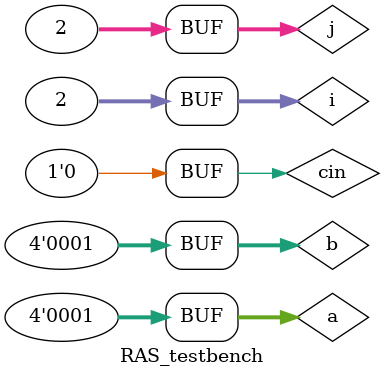
<source format=v>
module RAS_testbench();
  
    // Declare variables and nets for module ports
    reg [3:0] a;
    reg [3:0] b;
    reg cin;
    wire [3:0]sum;
    wire cout; 
  
    integer i, j; // used for verification
    
    // Instantiate the module
    ripple_adder_4bit_structural RIPPLE_ADD_4BIT(
        .a(a),
        .b(b),
        .carry_in(cin),
        .sum(sum),
        .carry_out(cout)
        );
  
    // Generate stimulus and monitor module ports
    initial begin
      $monitor("a=%b, b=%b, carry_in=%0b, sum=%0d, carry_out=%b", a, b, cin, sum, cout);
    end  
  
    initial begin
        #1; a = 4'b0000; b = 4'b0000; cin = 0;
        #1; a = 4'b0000; b = 4'b0000; cin = 1;
        #1; a = 4'b0001; b = 4'b0001; cin = 0;
        #1; a = 4'b0001; b = 4'b0001; cin = 1;
        #1; a = 4'd3;    b = 4'd6;    cin = 0;
        // Change the values of a and b and observe the effects
      
        for (i=0; i<2; i=i+1) begin
            for (j=0; j<2; j=j+1) begin
                #1 a = i; b = j; cin = 0;
            end
        end
        // Change the loops limits observe the effects

    end
  
endmodule



</source>
